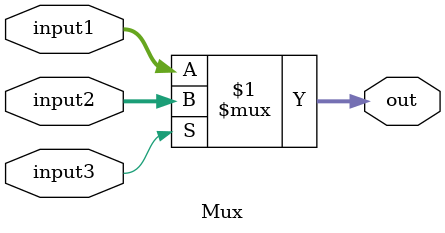
<source format=v>
module Mux #(  
    parameter WIDTH = 32   
)(  
    input [WIDTH-1:0] input1,   
    input [WIDTH-1:0] input2,   
    input input3,  
    output [WIDTH-1:0] out   
);   
    assign out = input3 ? input2 : input1;   
endmodule  
</source>
